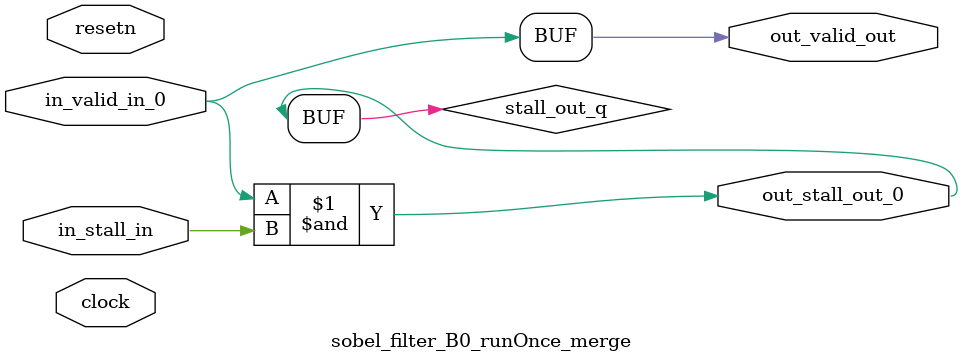
<source format=sv>



(* altera_attribute = "-name AUTO_SHIFT_REGISTER_RECOGNITION OFF; -name MESSAGE_DISABLE 10036; -name MESSAGE_DISABLE 10037; -name MESSAGE_DISABLE 14130; -name MESSAGE_DISABLE 14320; -name MESSAGE_DISABLE 15400; -name MESSAGE_DISABLE 14130; -name MESSAGE_DISABLE 10036; -name MESSAGE_DISABLE 12020; -name MESSAGE_DISABLE 12030; -name MESSAGE_DISABLE 12010; -name MESSAGE_DISABLE 12110; -name MESSAGE_DISABLE 14320; -name MESSAGE_DISABLE 13410; -name MESSAGE_DISABLE 113007; -name MESSAGE_DISABLE 10958" *)
module sobel_filter_B0_runOnce_merge (
    input wire [0:0] in_stall_in,
    input wire [0:0] in_valid_in_0,
    output wire [0:0] out_stall_out_0,
    output wire [0:0] out_valid_out,
    input wire clock,
    input wire resetn
    );

    wire [0:0] stall_out_q;


    // stall_out(LOGICAL,6)
    assign stall_out_q = in_valid_in_0 & in_stall_in;

    // out_stall_out_0(GPOUT,4)
    assign out_stall_out_0 = stall_out_q;

    // out_valid_out(GPOUT,5)
    assign out_valid_out = in_valid_in_0;

endmodule

</source>
